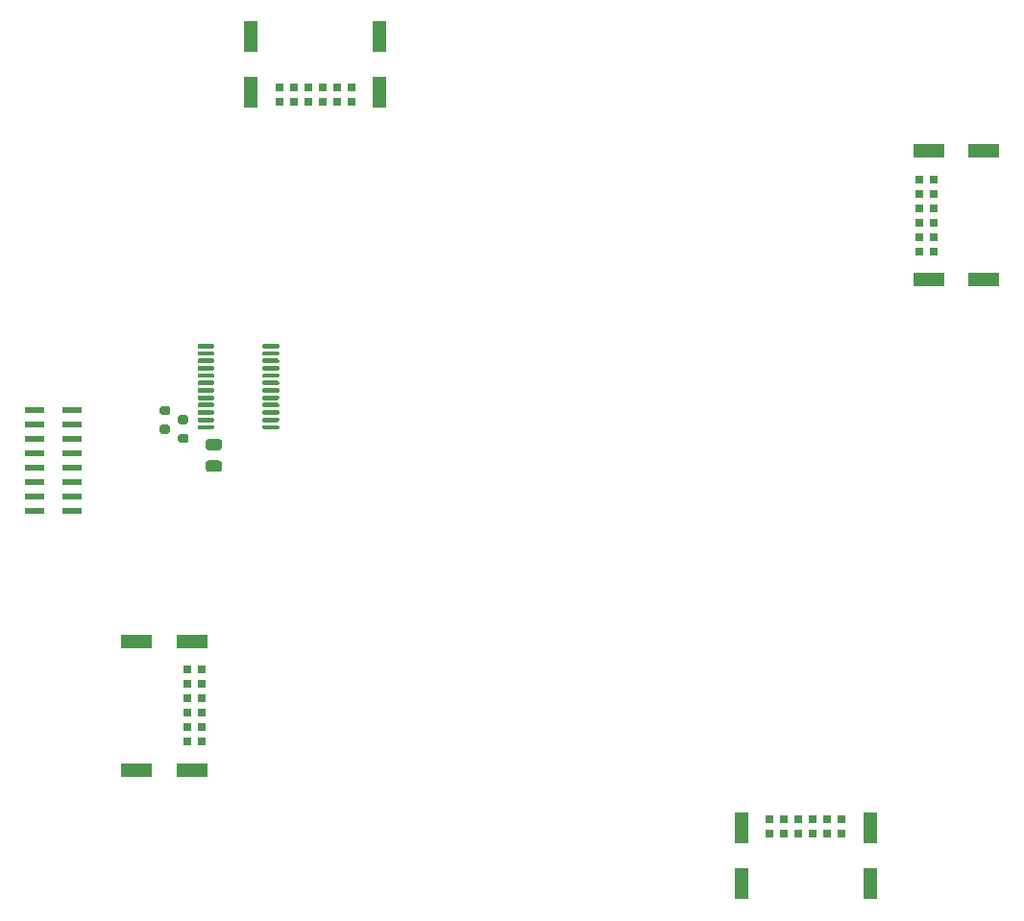
<source format=gbr>
%TF.GenerationSoftware,KiCad,Pcbnew,(5.1.10)-1*%
%TF.CreationDate,2022-11-13T15:12:26-08:00*%
%TF.ProjectId,-ZFace,2d5a4661-6365-42e6-9b69-6361645f7063,1.0*%
%TF.SameCoordinates,Original*%
%TF.FileFunction,Paste,Top*%
%TF.FilePolarity,Positive*%
%FSLAX46Y46*%
G04 Gerber Fmt 4.6, Leading zero omitted, Abs format (unit mm)*
G04 Created by KiCad (PCBNEW (5.1.10)-1) date 2022-11-13 15:12:26*
%MOMM*%
%LPD*%
G01*
G04 APERTURE LIST*
%ADD10R,1.800000X0.600000*%
%ADD11R,2.700000X1.200000*%
%ADD12R,0.800000X0.800000*%
%ADD13R,1.200000X2.700000*%
G04 APERTURE END LIST*
D10*
%TO.C,J1*%
X117450000Y-86445000D03*
X114150000Y-86445000D03*
X117450000Y-85175000D03*
X114150000Y-85175000D03*
X117450000Y-83905000D03*
X114150000Y-83905000D03*
X117450000Y-82635000D03*
X114150000Y-82635000D03*
X117450000Y-81365000D03*
X114150000Y-81365000D03*
X117450000Y-80095000D03*
X114150000Y-80095000D03*
X117450000Y-78825000D03*
X114150000Y-78825000D03*
X117450000Y-77555000D03*
X114150000Y-77555000D03*
%TD*%
%TO.C,U3*%
G36*
G01*
X129975000Y-78975000D02*
X129975000Y-79175000D01*
G75*
G02*
X129875000Y-79275000I-100000J0D01*
G01*
X128600000Y-79275000D01*
G75*
G02*
X128500000Y-79175000I0J100000D01*
G01*
X128500000Y-78975000D01*
G75*
G02*
X128600000Y-78875000I100000J0D01*
G01*
X129875000Y-78875000D01*
G75*
G02*
X129975000Y-78975000I0J-100000D01*
G01*
G37*
G36*
G01*
X129975000Y-78325000D02*
X129975000Y-78525000D01*
G75*
G02*
X129875000Y-78625000I-100000J0D01*
G01*
X128600000Y-78625000D01*
G75*
G02*
X128500000Y-78525000I0J100000D01*
G01*
X128500000Y-78325000D01*
G75*
G02*
X128600000Y-78225000I100000J0D01*
G01*
X129875000Y-78225000D01*
G75*
G02*
X129975000Y-78325000I0J-100000D01*
G01*
G37*
G36*
G01*
X129975000Y-77675000D02*
X129975000Y-77875000D01*
G75*
G02*
X129875000Y-77975000I-100000J0D01*
G01*
X128600000Y-77975000D01*
G75*
G02*
X128500000Y-77875000I0J100000D01*
G01*
X128500000Y-77675000D01*
G75*
G02*
X128600000Y-77575000I100000J0D01*
G01*
X129875000Y-77575000D01*
G75*
G02*
X129975000Y-77675000I0J-100000D01*
G01*
G37*
G36*
G01*
X129975000Y-77025000D02*
X129975000Y-77225000D01*
G75*
G02*
X129875000Y-77325000I-100000J0D01*
G01*
X128600000Y-77325000D01*
G75*
G02*
X128500000Y-77225000I0J100000D01*
G01*
X128500000Y-77025000D01*
G75*
G02*
X128600000Y-76925000I100000J0D01*
G01*
X129875000Y-76925000D01*
G75*
G02*
X129975000Y-77025000I0J-100000D01*
G01*
G37*
G36*
G01*
X129975000Y-76375000D02*
X129975000Y-76575000D01*
G75*
G02*
X129875000Y-76675000I-100000J0D01*
G01*
X128600000Y-76675000D01*
G75*
G02*
X128500000Y-76575000I0J100000D01*
G01*
X128500000Y-76375000D01*
G75*
G02*
X128600000Y-76275000I100000J0D01*
G01*
X129875000Y-76275000D01*
G75*
G02*
X129975000Y-76375000I0J-100000D01*
G01*
G37*
G36*
G01*
X129975000Y-75725000D02*
X129975000Y-75925000D01*
G75*
G02*
X129875000Y-76025000I-100000J0D01*
G01*
X128600000Y-76025000D01*
G75*
G02*
X128500000Y-75925000I0J100000D01*
G01*
X128500000Y-75725000D01*
G75*
G02*
X128600000Y-75625000I100000J0D01*
G01*
X129875000Y-75625000D01*
G75*
G02*
X129975000Y-75725000I0J-100000D01*
G01*
G37*
G36*
G01*
X129975000Y-75075000D02*
X129975000Y-75275000D01*
G75*
G02*
X129875000Y-75375000I-100000J0D01*
G01*
X128600000Y-75375000D01*
G75*
G02*
X128500000Y-75275000I0J100000D01*
G01*
X128500000Y-75075000D01*
G75*
G02*
X128600000Y-74975000I100000J0D01*
G01*
X129875000Y-74975000D01*
G75*
G02*
X129975000Y-75075000I0J-100000D01*
G01*
G37*
G36*
G01*
X129975000Y-74425000D02*
X129975000Y-74625000D01*
G75*
G02*
X129875000Y-74725000I-100000J0D01*
G01*
X128600000Y-74725000D01*
G75*
G02*
X128500000Y-74625000I0J100000D01*
G01*
X128500000Y-74425000D01*
G75*
G02*
X128600000Y-74325000I100000J0D01*
G01*
X129875000Y-74325000D01*
G75*
G02*
X129975000Y-74425000I0J-100000D01*
G01*
G37*
G36*
G01*
X129975000Y-73775000D02*
X129975000Y-73975000D01*
G75*
G02*
X129875000Y-74075000I-100000J0D01*
G01*
X128600000Y-74075000D01*
G75*
G02*
X128500000Y-73975000I0J100000D01*
G01*
X128500000Y-73775000D01*
G75*
G02*
X128600000Y-73675000I100000J0D01*
G01*
X129875000Y-73675000D01*
G75*
G02*
X129975000Y-73775000I0J-100000D01*
G01*
G37*
G36*
G01*
X129975000Y-73125000D02*
X129975000Y-73325000D01*
G75*
G02*
X129875000Y-73425000I-100000J0D01*
G01*
X128600000Y-73425000D01*
G75*
G02*
X128500000Y-73325000I0J100000D01*
G01*
X128500000Y-73125000D01*
G75*
G02*
X128600000Y-73025000I100000J0D01*
G01*
X129875000Y-73025000D01*
G75*
G02*
X129975000Y-73125000I0J-100000D01*
G01*
G37*
G36*
G01*
X129975000Y-72475000D02*
X129975000Y-72675000D01*
G75*
G02*
X129875000Y-72775000I-100000J0D01*
G01*
X128600000Y-72775000D01*
G75*
G02*
X128500000Y-72675000I0J100000D01*
G01*
X128500000Y-72475000D01*
G75*
G02*
X128600000Y-72375000I100000J0D01*
G01*
X129875000Y-72375000D01*
G75*
G02*
X129975000Y-72475000I0J-100000D01*
G01*
G37*
G36*
G01*
X129975000Y-71825000D02*
X129975000Y-72025000D01*
G75*
G02*
X129875000Y-72125000I-100000J0D01*
G01*
X128600000Y-72125000D01*
G75*
G02*
X128500000Y-72025000I0J100000D01*
G01*
X128500000Y-71825000D01*
G75*
G02*
X128600000Y-71725000I100000J0D01*
G01*
X129875000Y-71725000D01*
G75*
G02*
X129975000Y-71825000I0J-100000D01*
G01*
G37*
G36*
G01*
X135700000Y-71825000D02*
X135700000Y-72025000D01*
G75*
G02*
X135600000Y-72125000I-100000J0D01*
G01*
X134325000Y-72125000D01*
G75*
G02*
X134225000Y-72025000I0J100000D01*
G01*
X134225000Y-71825000D01*
G75*
G02*
X134325000Y-71725000I100000J0D01*
G01*
X135600000Y-71725000D01*
G75*
G02*
X135700000Y-71825000I0J-100000D01*
G01*
G37*
G36*
G01*
X135700000Y-72475000D02*
X135700000Y-72675000D01*
G75*
G02*
X135600000Y-72775000I-100000J0D01*
G01*
X134325000Y-72775000D01*
G75*
G02*
X134225000Y-72675000I0J100000D01*
G01*
X134225000Y-72475000D01*
G75*
G02*
X134325000Y-72375000I100000J0D01*
G01*
X135600000Y-72375000D01*
G75*
G02*
X135700000Y-72475000I0J-100000D01*
G01*
G37*
G36*
G01*
X135700000Y-73125000D02*
X135700000Y-73325000D01*
G75*
G02*
X135600000Y-73425000I-100000J0D01*
G01*
X134325000Y-73425000D01*
G75*
G02*
X134225000Y-73325000I0J100000D01*
G01*
X134225000Y-73125000D01*
G75*
G02*
X134325000Y-73025000I100000J0D01*
G01*
X135600000Y-73025000D01*
G75*
G02*
X135700000Y-73125000I0J-100000D01*
G01*
G37*
G36*
G01*
X135700000Y-73775000D02*
X135700000Y-73975000D01*
G75*
G02*
X135600000Y-74075000I-100000J0D01*
G01*
X134325000Y-74075000D01*
G75*
G02*
X134225000Y-73975000I0J100000D01*
G01*
X134225000Y-73775000D01*
G75*
G02*
X134325000Y-73675000I100000J0D01*
G01*
X135600000Y-73675000D01*
G75*
G02*
X135700000Y-73775000I0J-100000D01*
G01*
G37*
G36*
G01*
X135700000Y-74425000D02*
X135700000Y-74625000D01*
G75*
G02*
X135600000Y-74725000I-100000J0D01*
G01*
X134325000Y-74725000D01*
G75*
G02*
X134225000Y-74625000I0J100000D01*
G01*
X134225000Y-74425000D01*
G75*
G02*
X134325000Y-74325000I100000J0D01*
G01*
X135600000Y-74325000D01*
G75*
G02*
X135700000Y-74425000I0J-100000D01*
G01*
G37*
G36*
G01*
X135700000Y-75075000D02*
X135700000Y-75275000D01*
G75*
G02*
X135600000Y-75375000I-100000J0D01*
G01*
X134325000Y-75375000D01*
G75*
G02*
X134225000Y-75275000I0J100000D01*
G01*
X134225000Y-75075000D01*
G75*
G02*
X134325000Y-74975000I100000J0D01*
G01*
X135600000Y-74975000D01*
G75*
G02*
X135700000Y-75075000I0J-100000D01*
G01*
G37*
G36*
G01*
X135700000Y-75725000D02*
X135700000Y-75925000D01*
G75*
G02*
X135600000Y-76025000I-100000J0D01*
G01*
X134325000Y-76025000D01*
G75*
G02*
X134225000Y-75925000I0J100000D01*
G01*
X134225000Y-75725000D01*
G75*
G02*
X134325000Y-75625000I100000J0D01*
G01*
X135600000Y-75625000D01*
G75*
G02*
X135700000Y-75725000I0J-100000D01*
G01*
G37*
G36*
G01*
X135700000Y-76375000D02*
X135700000Y-76575000D01*
G75*
G02*
X135600000Y-76675000I-100000J0D01*
G01*
X134325000Y-76675000D01*
G75*
G02*
X134225000Y-76575000I0J100000D01*
G01*
X134225000Y-76375000D01*
G75*
G02*
X134325000Y-76275000I100000J0D01*
G01*
X135600000Y-76275000D01*
G75*
G02*
X135700000Y-76375000I0J-100000D01*
G01*
G37*
G36*
G01*
X135700000Y-77025000D02*
X135700000Y-77225000D01*
G75*
G02*
X135600000Y-77325000I-100000J0D01*
G01*
X134325000Y-77325000D01*
G75*
G02*
X134225000Y-77225000I0J100000D01*
G01*
X134225000Y-77025000D01*
G75*
G02*
X134325000Y-76925000I100000J0D01*
G01*
X135600000Y-76925000D01*
G75*
G02*
X135700000Y-77025000I0J-100000D01*
G01*
G37*
G36*
G01*
X135700000Y-77675000D02*
X135700000Y-77875000D01*
G75*
G02*
X135600000Y-77975000I-100000J0D01*
G01*
X134325000Y-77975000D01*
G75*
G02*
X134225000Y-77875000I0J100000D01*
G01*
X134225000Y-77675000D01*
G75*
G02*
X134325000Y-77575000I100000J0D01*
G01*
X135600000Y-77575000D01*
G75*
G02*
X135700000Y-77675000I0J-100000D01*
G01*
G37*
G36*
G01*
X135700000Y-78325000D02*
X135700000Y-78525000D01*
G75*
G02*
X135600000Y-78625000I-100000J0D01*
G01*
X134325000Y-78625000D01*
G75*
G02*
X134225000Y-78525000I0J100000D01*
G01*
X134225000Y-78325000D01*
G75*
G02*
X134325000Y-78225000I100000J0D01*
G01*
X135600000Y-78225000D01*
G75*
G02*
X135700000Y-78325000I0J-100000D01*
G01*
G37*
G36*
G01*
X135700000Y-78975000D02*
X135700000Y-79175000D01*
G75*
G02*
X135600000Y-79275000I-100000J0D01*
G01*
X134325000Y-79275000D01*
G75*
G02*
X134225000Y-79175000I0J100000D01*
G01*
X134225000Y-78975000D01*
G75*
G02*
X134325000Y-78875000I100000J0D01*
G01*
X135600000Y-78875000D01*
G75*
G02*
X135700000Y-78975000I0J-100000D01*
G01*
G37*
%TD*%
%TO.C,R2*%
G36*
G01*
X127525000Y-78825000D02*
X126975000Y-78825000D01*
G75*
G02*
X126775000Y-78625000I0J200000D01*
G01*
X126775000Y-78225000D01*
G75*
G02*
X126975000Y-78025000I200000J0D01*
G01*
X127525000Y-78025000D01*
G75*
G02*
X127725000Y-78225000I0J-200000D01*
G01*
X127725000Y-78625000D01*
G75*
G02*
X127525000Y-78825000I-200000J0D01*
G01*
G37*
G36*
G01*
X127525000Y-80475000D02*
X126975000Y-80475000D01*
G75*
G02*
X126775000Y-80275000I0J200000D01*
G01*
X126775000Y-79875000D01*
G75*
G02*
X126975000Y-79675000I200000J0D01*
G01*
X127525000Y-79675000D01*
G75*
G02*
X127725000Y-79875000I0J-200000D01*
G01*
X127725000Y-80275000D01*
G75*
G02*
X127525000Y-80475000I-200000J0D01*
G01*
G37*
%TD*%
%TO.C,R1*%
G36*
G01*
X125925000Y-78000000D02*
X125375000Y-78000000D01*
G75*
G02*
X125175000Y-77800000I0J200000D01*
G01*
X125175000Y-77400000D01*
G75*
G02*
X125375000Y-77200000I200000J0D01*
G01*
X125925000Y-77200000D01*
G75*
G02*
X126125000Y-77400000I0J-200000D01*
G01*
X126125000Y-77800000D01*
G75*
G02*
X125925000Y-78000000I-200000J0D01*
G01*
G37*
G36*
G01*
X125925000Y-79650000D02*
X125375000Y-79650000D01*
G75*
G02*
X125175000Y-79450000I0J200000D01*
G01*
X125175000Y-79050000D01*
G75*
G02*
X125375000Y-78850000I200000J0D01*
G01*
X125925000Y-78850000D01*
G75*
G02*
X126125000Y-79050000I0J-200000D01*
G01*
X126125000Y-79450000D01*
G75*
G02*
X125925000Y-79650000I-200000J0D01*
G01*
G37*
%TD*%
D11*
%TO.C,J5*%
X128065000Y-97930000D03*
X123165000Y-109270000D03*
X123165000Y-97930000D03*
X128065000Y-109270000D03*
D12*
X128885000Y-105505000D03*
X127615000Y-105505000D03*
X128885000Y-100425000D03*
X128885000Y-106775000D03*
X127615000Y-106775000D03*
X128885000Y-102965000D03*
X128885000Y-104235000D03*
X127615000Y-102965000D03*
X127615000Y-104235000D03*
X128885000Y-101695000D03*
X127615000Y-100425000D03*
X127615000Y-101695000D03*
%TD*%
D13*
%TO.C,J4*%
X144570000Y-49565000D03*
X133230000Y-44665000D03*
X144570000Y-44665000D03*
X133230000Y-49565000D03*
D12*
X136995000Y-50385000D03*
X136995000Y-49115000D03*
X142075000Y-50385000D03*
X135725000Y-50385000D03*
X135725000Y-49115000D03*
X139535000Y-50385000D03*
X138265000Y-50385000D03*
X139535000Y-49115000D03*
X138265000Y-49115000D03*
X140805000Y-50385000D03*
X142075000Y-49115000D03*
X140805000Y-49115000D03*
%TD*%
D11*
%TO.C,J3*%
X192935000Y-66070000D03*
X197835000Y-54730000D03*
X197835000Y-66070000D03*
X192935000Y-54730000D03*
D12*
X192115000Y-58495000D03*
X193385000Y-58495000D03*
X192115000Y-63575000D03*
X192115000Y-57225000D03*
X193385000Y-57225000D03*
X192115000Y-61035000D03*
X192115000Y-59765000D03*
X193385000Y-61035000D03*
X193385000Y-59765000D03*
X192115000Y-62305000D03*
X193385000Y-63575000D03*
X193385000Y-62305000D03*
%TD*%
D13*
%TO.C,J2*%
X176430000Y-114420000D03*
X187770000Y-119320000D03*
X176430000Y-119320000D03*
X187770000Y-114420000D03*
D12*
X184005000Y-113600000D03*
X184005000Y-114870000D03*
X178925000Y-113600000D03*
X185275000Y-113600000D03*
X185275000Y-114870000D03*
X181465000Y-113600000D03*
X182735000Y-113600000D03*
X181465000Y-114870000D03*
X182735000Y-114870000D03*
X180195000Y-113600000D03*
X178925000Y-114870000D03*
X180195000Y-114870000D03*
%TD*%
%TO.C,C4*%
G36*
G01*
X129475000Y-82000000D02*
X130425000Y-82000000D01*
G75*
G02*
X130675000Y-82250000I0J-250000D01*
G01*
X130675000Y-82750000D01*
G75*
G02*
X130425000Y-83000000I-250000J0D01*
G01*
X129475000Y-83000000D01*
G75*
G02*
X129225000Y-82750000I0J250000D01*
G01*
X129225000Y-82250000D01*
G75*
G02*
X129475000Y-82000000I250000J0D01*
G01*
G37*
G36*
G01*
X129475000Y-80100000D02*
X130425000Y-80100000D01*
G75*
G02*
X130675000Y-80350000I0J-250000D01*
G01*
X130675000Y-80850000D01*
G75*
G02*
X130425000Y-81100000I-250000J0D01*
G01*
X129475000Y-81100000D01*
G75*
G02*
X129225000Y-80850000I0J250000D01*
G01*
X129225000Y-80350000D01*
G75*
G02*
X129475000Y-80100000I250000J0D01*
G01*
G37*
%TD*%
M02*

</source>
